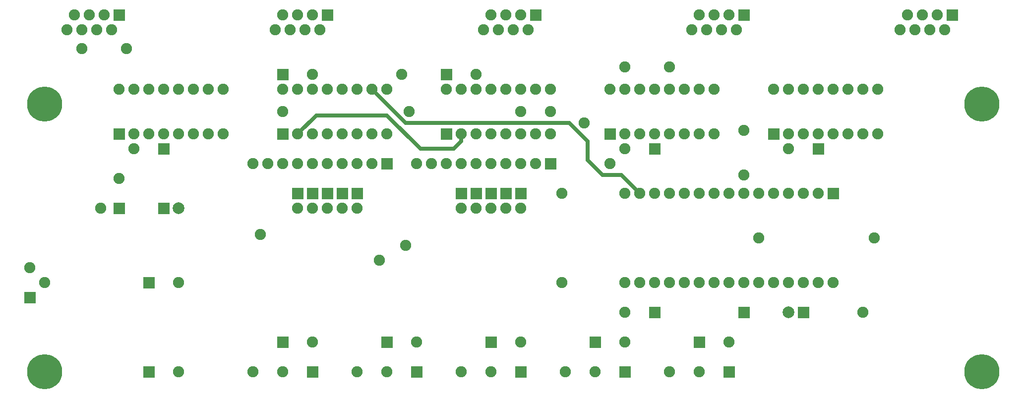
<source format=gbr>
G04 start of page 4 for group 3 idx 7 *
G04 Title: controller, jumper *
G04 Creator: pcb 20140316 *
G04 CreationDate: Tue 02 Feb 2016 08:14:24 PM GMT UTC *
G04 For: veox *
G04 Format: Gerber/RS-274X *
G04 PCB-Dimensions (mil): 6700.00 3100.00 *
G04 PCB-Coordinate-Origin: lower left *
%MOIN*%
%FSLAX25Y25*%
%LNGROUP3*%
%ADD43C,0.0300*%
%ADD42C,0.0394*%
%ADD41C,0.0630*%
%ADD40C,0.1181*%
%ADD39C,0.0315*%
%ADD38C,0.2362*%
%ADD37C,0.0787*%
%ADD36C,0.0001*%
%ADD35C,0.0750*%
%ADD34C,0.0250*%
G54D34*X262500Y187500D02*X372500D01*
X240000Y210000D02*X262500Y187500D01*
X407500Y152500D02*X420000Y140000D01*
X395000Y152500D02*X407500D01*
X385000Y162500D02*X395000Y152500D01*
X385000Y175000D02*Y162500D01*
X372500Y187500D02*X385000Y175000D01*
X190000Y180000D02*X202500Y192500D01*
X250000D01*
X272500Y170000D01*
X295000D01*
X300000Y175000D01*
Y180000D01*
G54D35*D03*
X310000D03*
X320000D03*
X330000D03*
X340000D03*
X350000D03*
X360000D03*
X310000Y210000D03*
X300000D03*
G54D36*G36*
X426250Y173750D02*Y166250D01*
X433750D01*
Y173750D01*
X426250D01*
G37*
G54D35*X410000Y170000D03*
G54D36*G36*
X396250Y183750D02*Y176250D01*
X403750D01*
Y183750D01*
X396250D01*
G37*
G54D35*X410000Y180000D03*
X420000D03*
X430000D03*
X440000D03*
X450000D03*
X460000D03*
X470000D03*
Y210000D03*
X460000D03*
X450000D03*
X440000D03*
X430000D03*
X420000D03*
X410000D03*
X360000D03*
X350000D03*
X340000D03*
X330000D03*
X320000D03*
X310000Y220000D03*
G54D36*G36*
X346250Y263750D02*Y256250D01*
X353750D01*
Y263750D01*
X346250D01*
G37*
G54D35*X345000Y250000D03*
X340000Y260000D03*
X335000Y250000D03*
X330000Y260000D03*
X325000Y250000D03*
X320000Y260000D03*
X315000Y250000D03*
X400000Y210000D03*
G54D36*G36*
X486250Y263750D02*Y256250D01*
X493750D01*
Y263750D01*
X486250D01*
G37*
G54D35*X485000Y250000D03*
X480000Y260000D03*
X475000Y250000D03*
X470000Y260000D03*
X465000Y250000D03*
X460000Y260000D03*
X455000Y250000D03*
X210000Y180000D03*
X220000D03*
X230000D03*
X240000D03*
X250000Y210000D03*
X240000D03*
G54D36*G36*
X286250Y223750D02*Y216250D01*
X293750D01*
Y223750D01*
X286250D01*
G37*
G36*
X176250D02*Y216250D01*
X183750D01*
Y223750D01*
X176250D01*
G37*
G54D35*X200000Y220000D03*
G54D36*G36*
X176250Y183750D02*Y176250D01*
X183750D01*
Y183750D01*
X176250D01*
G37*
G54D35*X190000Y180000D03*
X200000D03*
G54D36*G36*
X226250Y143750D02*Y136250D01*
X233750D01*
Y143750D01*
X226250D01*
G37*
G54D35*X230000Y130000D03*
G54D36*G36*
X216250Y143750D02*Y136250D01*
X223750D01*
Y143750D01*
X216250D01*
G37*
G54D35*X220000Y130000D03*
G54D36*G36*
X206250Y143750D02*Y136250D01*
X213750D01*
Y143750D01*
X206250D01*
G37*
G54D35*X210000Y130000D03*
G54D36*G36*
X186250Y143750D02*Y136250D01*
X193750D01*
Y143750D01*
X186250D01*
G37*
G54D35*X190000Y130000D03*
G54D36*G36*
X196250Y143750D02*Y136250D01*
X203750D01*
Y143750D01*
X196250D01*
G37*
G54D35*X200000Y130000D03*
X190000Y160000D03*
X180000D03*
X250000Y180000D03*
G54D36*G36*
X286250Y183750D02*Y176250D01*
X293750D01*
Y183750D01*
X286250D01*
G37*
G54D35*X290000Y210000D03*
Y160000D03*
X280000D03*
X270000D03*
G54D36*G36*
X246250Y163750D02*Y156250D01*
X253750D01*
Y163750D01*
X246250D01*
G37*
G54D35*X240000Y160000D03*
X230000D03*
X220000D03*
X210000D03*
X200000D03*
X230000Y210000D03*
X220000D03*
X210000D03*
X200000D03*
X190000D03*
X180000D03*
G54D36*G36*
X206250Y263750D02*Y256250D01*
X213750D01*
Y263750D01*
X206250D01*
G37*
G54D35*X205000Y250000D03*
X200000Y260000D03*
X195000Y250000D03*
X190000Y260000D03*
X185000Y250000D03*
X175000D03*
X180000Y260000D03*
G54D36*G36*
X526250Y63750D02*Y56250D01*
X533750D01*
Y63750D01*
X526250D01*
G37*
G54D35*X570000Y60000D03*
X550000Y80000D03*
X580000Y210000D03*
X570000D03*
X560000D03*
X550000D03*
X540000D03*
X530000D03*
X520000D03*
X510000D03*
G54D36*G36*
X536250Y173750D02*Y166250D01*
X543750D01*
Y173750D01*
X536250D01*
G37*
G54D35*X540000Y180000D03*
X550000D03*
X520000D03*
X530000D03*
X560000D03*
X570000D03*
X580000D03*
G54D36*G36*
X546250Y143750D02*Y136250D01*
X553750D01*
Y143750D01*
X546250D01*
G37*
G36*
X626250Y263750D02*Y256250D01*
X633750D01*
Y263750D01*
X626250D01*
G37*
G54D35*X625000Y250000D03*
X620000Y260000D03*
X615000Y250000D03*
X610000Y260000D03*
X605000Y250000D03*
X600000Y260000D03*
X595000Y250000D03*
X520000Y170000D03*
G54D36*G36*
X506250Y183750D02*Y176250D01*
X513750D01*
Y183750D01*
X506250D01*
G37*
G54D35*X540000Y140000D03*
X530000D03*
X520000D03*
X510000D03*
X500000D03*
X490000D03*
X480000D03*
X470000D03*
X480000Y40000D03*
G54D36*G36*
X476250Y23750D02*Y16250D01*
X483750D01*
Y23750D01*
X476250D01*
G37*
G54D35*X460000Y20000D03*
G54D36*G36*
X426250Y63750D02*Y56250D01*
X433750D01*
Y63750D01*
X426250D01*
G37*
G54D35*X410000Y60000D03*
Y80000D03*
X420000D03*
X430000D03*
X440000D03*
X450000D03*
G54D36*G36*
X486063Y63937D02*Y56063D01*
X493937D01*
Y63937D01*
X486063D01*
G37*
G54D35*X460000Y80000D03*
X470000D03*
X480000D03*
X490000D03*
X500000D03*
X510000D03*
X520000D03*
X530000D03*
X540000D03*
G54D37*X520000Y60000D03*
G54D35*X460000Y140000D03*
X450000D03*
X440000D03*
X430000D03*
X420000D03*
G54D36*G36*
X386250Y43750D02*Y36250D01*
X393750D01*
Y43750D01*
X386250D01*
G37*
G54D35*X410000Y40000D03*
G54D36*G36*
X316250Y43750D02*Y36250D01*
X323750D01*
Y43750D01*
X316250D01*
G37*
G54D35*X340000Y40000D03*
G54D36*G36*
X456250Y43750D02*Y36250D01*
X463750D01*
Y43750D01*
X456250D01*
G37*
G36*
X336250Y23750D02*Y16250D01*
X343750D01*
Y23750D01*
X336250D01*
G37*
G36*
X406250D02*Y16250D01*
X413750D01*
Y23750D01*
X406250D01*
G37*
G54D35*X390000Y20000D03*
X370000D03*
X440000D03*
X320000D03*
X300000D03*
X410000Y140000D03*
G54D36*G36*
X336250Y143750D02*Y136250D01*
X343750D01*
Y143750D01*
X336250D01*
G37*
G36*
X326250D02*Y136250D01*
X333750D01*
Y143750D01*
X326250D01*
G37*
G36*
X356250Y163750D02*Y156250D01*
X363750D01*
Y163750D01*
X356250D01*
G37*
G54D35*X350000Y160000D03*
X340000D03*
Y130000D03*
X330000D03*
G54D36*G36*
X306250Y143750D02*Y136250D01*
X313750D01*
Y143750D01*
X306250D01*
G37*
G36*
X316250D02*Y136250D01*
X323750D01*
Y143750D01*
X316250D01*
G37*
G54D35*X310000Y130000D03*
X300000D03*
X320000D03*
G54D36*G36*
X296250Y143750D02*Y136250D01*
X303750D01*
Y143750D01*
X296250D01*
G37*
G54D35*X330000Y160000D03*
X320000D03*
X310000D03*
X300000D03*
G54D36*G36*
X176250Y43750D02*Y36250D01*
X183750D01*
Y43750D01*
X176250D01*
G37*
G54D35*X180000Y20000D03*
X160000D03*
G54D36*G36*
X6250Y73750D02*Y66250D01*
X13750D01*
Y73750D01*
X6250D01*
G37*
G54D35*X10000Y90000D03*
X20000Y80000D03*
G54D36*G36*
X86250Y23750D02*Y16250D01*
X93750D01*
Y23750D01*
X86250D01*
G37*
G54D35*X110000Y20000D03*
G54D36*G36*
X86250Y83750D02*Y76250D01*
X93750D01*
Y83750D01*
X86250D01*
G37*
G54D35*X110000Y80000D03*
X200000Y40000D03*
G54D36*G36*
X246250Y43750D02*Y36250D01*
X253750D01*
Y43750D01*
X246250D01*
G37*
G54D35*X250000Y20000D03*
X230000D03*
X270000Y40000D03*
G54D36*G36*
X266250Y23750D02*Y16250D01*
X273750D01*
Y23750D01*
X266250D01*
G37*
G36*
X196250D02*Y16250D01*
X203750D01*
Y23750D01*
X196250D01*
G37*
G36*
X66250Y133750D02*Y126250D01*
X73750D01*
Y133750D01*
X66250D01*
G37*
G54D35*X70000Y150000D03*
G54D36*G36*
X96063Y133937D02*Y126063D01*
X103937D01*
Y133937D01*
X96063D01*
G37*
G54D37*X110000Y130000D03*
G54D35*X170000Y160000D03*
X160000D03*
G54D36*G36*
X96250Y173750D02*Y166250D01*
X103750D01*
Y173750D01*
X96250D01*
G37*
G54D35*X80000Y170000D03*
G54D36*G36*
X66250Y183750D02*Y176250D01*
X73750D01*
Y183750D01*
X66250D01*
G37*
G54D35*X80000Y180000D03*
X90000D03*
X100000D03*
X110000D03*
X120000D03*
X130000D03*
X140000D03*
Y210000D03*
X130000D03*
X120000D03*
X110000D03*
X100000D03*
X90000D03*
X80000D03*
X70000D03*
G54D36*G36*
X66250Y263750D02*Y256250D01*
X73750D01*
Y263750D01*
X66250D01*
G37*
G54D35*X65000Y250000D03*
X55000D03*
X45000D03*
X35000D03*
X60000Y260000D03*
X50000D03*
X40000D03*
X367500Y80000D03*
X360000Y195000D03*
X400000Y160000D03*
X340000Y195000D03*
X382500Y187500D03*
X367500Y140000D03*
X245000Y95000D03*
X262500Y105000D03*
X165000Y112500D03*
X180000Y195000D03*
X260000Y220000D03*
X265000Y195000D03*
X410000Y225000D03*
X440000D03*
X490000Y152500D03*
X577500Y110000D03*
X500000D03*
G54D38*X650000Y20000D03*
G54D35*X490000Y182500D03*
G54D38*X650000Y200000D03*
G54D35*X57500Y130000D03*
G54D38*X20000Y200000D03*
Y20000D03*
G54D35*X45000Y237500D03*
X75000D03*
G54D39*G54D40*G54D39*G54D40*G54D39*G54D40*G54D39*G54D41*G54D39*G54D41*G54D39*G54D41*G54D39*G54D41*G54D39*G54D41*G54D39*G54D41*G54D39*G54D41*G54D39*G54D42*G54D39*G54D43*G54D39*G54D41*G54D39*G54D41*M02*

</source>
